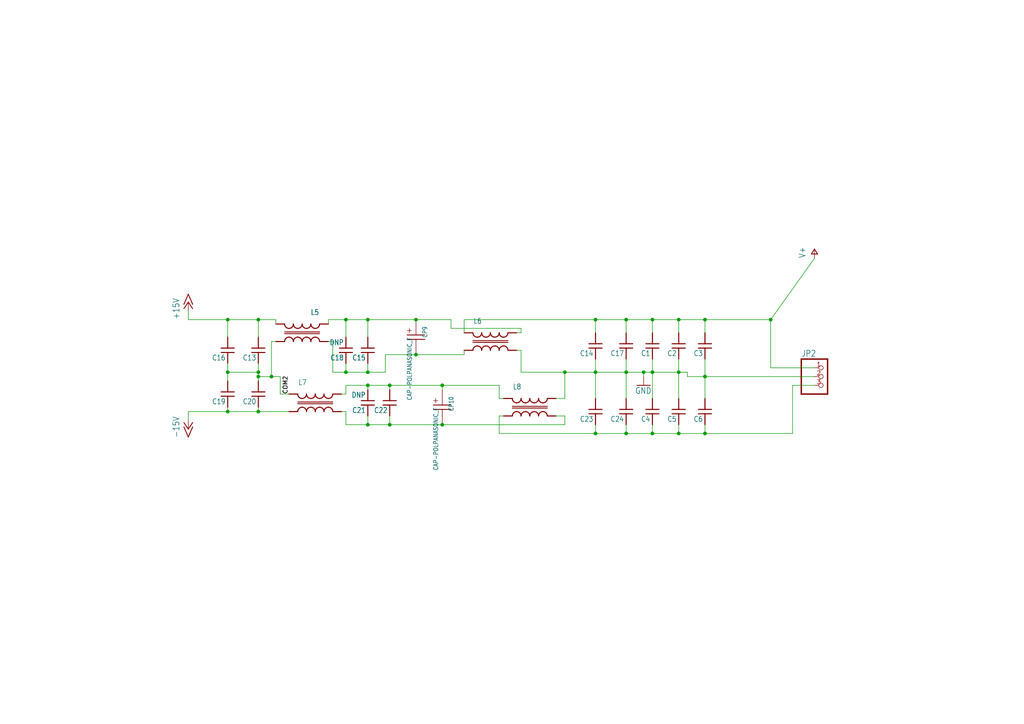
<source format=kicad_sch>
(kicad_sch (version 20211123) (generator eeschema)
  (paper "A4")
  (lib_symbols
    (symbol "Dual_filter_common_mode_and_differential_300mA-eagle-import:+15V" (power)
      (property "Value" "+15V" (at -2.54 -5.08 90))
      (symbol "+15V_1_0"
        (polyline (pts (xy 0 0) (xy -1.27 -1.905)) (stroke (width 0.254)))
        (polyline (pts (xy 0 2.286) (xy -1.27 -0.635)) (stroke (width 0.254)))
        (polyline (pts (xy 1.27 -1.905) (xy 0 0)) (stroke (width 0.254)))
        (polyline (pts (xy 1.27 -0.635) (xy 0 2.286)) (stroke (width 0.254)))
        (pin power_in line (at 0 -2.54 90) (length 2.54) (name "+15V") (number "1"))
      )
    )
    (symbol "Dual_filter_common_mode_and_differential_300mA-eagle-import:-15V" (power)
      (property "Value" "-15V" (at -2.54 -2.54 90))
      (symbol "-15V_1_0"
        (polyline (pts (xy -1.27 0.635) (xy 0 -2.286)) (stroke (width 0.254)))
        (polyline (pts (xy -1.27 1.905) (xy 0 0)) (stroke (width 0.254)))
        (polyline (pts (xy 0 -2.286) (xy 1.27 0.635)) (stroke (width 0.254)))
        (polyline (pts (xy 0 0) (xy 1.27 1.905)) (stroke (width 0.254)))
        (pin power_in line (at 0 2.54 270) (length 2.54) (name "-15V") (number "1"))
      )
    )
    (symbol "Dual_filter_common_mode_and_differential_300mA-eagle-import:CAP-POLPANASONIC_F"
      (property "Reference" "CP" (at -3.175 1.905 0))
      (property "Value" "CAP-POLPANASONIC_F" (at 0 -2.54 0))
      (symbol "CAP-POLPANASONIC_F_1_0"
        (polyline (pts (xy -5.08 0) (xy -0.635 0)) (stroke (width 0.1524)))
        (polyline (pts (xy -2.54 -1.905) (xy -1.27 -1.905)) (stroke (width 0.1524)))
        (polyline (pts (xy -1.905 -1.27) (xy -1.905 -2.54)) (stroke (width 0.1524)))
        (polyline (pts (xy -0.635 0) (xy -0.635 -2.54)) (stroke (width 0.254)))
        (polyline (pts (xy -0.635 2.54) (xy -0.635 0)) (stroke (width 0.254)))
        (polyline (pts (xy 0.635 0) (xy 0.635 -2.54)) (stroke (width 0.254)))
        (polyline (pts (xy 0.635 2.54) (xy 0.635 0)) (stroke (width 0.254)))
        (polyline (pts (xy 5.08 0) (xy 0.635 0)) (stroke (width 0.1524)))
        (pin passive line (at -5.08 0 0) (length 0) (name "P$1") (number "+"))
        (pin passive line (at 5.08 0 180) (length 0) (name "P$2") (number "-"))
      )
    )
    (symbol "Dual_filter_common_mode_and_differential_300mA-eagle-import:C_MLCC_SMDCMLCC_0805"
      (property "Reference" "C" (at 0.5715 0.0635 0))
      (property "Value" "C_MLCC_SMDCMLCC_0805" (at 0.5715 -4.3815 0))
      (symbol "C_MLCC_SMDCMLCC_0805_1_0"
        (polyline (pts (xy -1.905 -1.905) (xy 0 -1.905)) (stroke (width 0.3048)))
        (polyline (pts (xy 0 -1.905) (xy 0 -5.08)) (stroke (width 0.3048)))
        (polyline (pts (xy 0 -1.905) (xy 1.905 -1.905)) (stroke (width 0.3048)))
        (polyline (pts (xy 0 -0.635) (xy -1.905 -0.635)) (stroke (width 0.3048)))
        (polyline (pts (xy 0 -0.635) (xy 0 2.54)) (stroke (width 0.3048)))
        (polyline (pts (xy 1.905 -0.635) (xy 0 -0.635)) (stroke (width 0.3048)))
        (pin passive line (at 0 2.54 270) (length 0) (name "1") (number "P$1"))
        (pin passive line (at 0 -5.08 90) (length 0) (name "2") (number "P$2"))
      )
    )
    (symbol "Dual_filter_common_mode_and_differential_300mA-eagle-import:GND" (power)
      (property "Value" "GND" (at -2.54 -2.54 0))
      (symbol "GND_1_0"
        (polyline (pts (xy -1.905 0) (xy 1.905 0)) (stroke (width 0.254)))
        (pin power_in line (at 0 2.54 270) (length 2.54) (name "GND") (number "1"))
      )
    )
    (symbol "Dual_filter_common_mode_and_differential_300mA-eagle-import:MSD7342"
      (property "Reference" "L" (at -4.954 5.104 0))
      (property "Value" "MSD7342" (at -5.08 -5.08 0))
      (symbol "MSD7342_1_0"
        (arc (start -5.08 2.54) (mid -4.708 1.642) (end -3.81 1.27) (stroke (width 0.3048)))
        (arc (start -3.81 -1.27) (mid -4.708 -1.642) (end -5.08 -2.54) (stroke (width 0.3048)))
        (arc (start -3.81 1.27) (mid -2.912 1.642) (end -2.54 2.54) (stroke (width 0.3048)))
        (arc (start -2.54 -2.54) (mid -2.912 -1.642) (end -3.81 -1.27) (stroke (width 0.3048)))
        (arc (start -2.54 2.54) (mid -2.168 1.642) (end -1.27 1.27) (stroke (width 0.3048)))
        (arc (start -1.27 -1.27) (mid -2.168 -1.642) (end -2.54 -2.54) (stroke (width 0.3048)))
        (arc (start -1.27 1.27) (mid -0.372 1.642) (end 0 2.54) (stroke (width 0.3048)))
        (arc (start 0 -2.54) (mid -0.372 -1.642) (end -1.27 -1.27) (stroke (width 0.3048)))
        (polyline (pts (xy -5.08 -2.54) (xy -7.62 -2.54)) (stroke (width 0.3048)))
        (polyline (pts (xy -5.08 -0.254) (xy 5.08 -0.254)) (stroke (width 0.254)))
        (polyline (pts (xy -5.08 0.254) (xy 5.08 0.254)) (stroke (width 0.254)))
        (polyline (pts (xy -5.08 2.54) (xy -7.62 2.54)) (stroke (width 0.3048)))
        (polyline (pts (xy 5.08 -2.54) (xy 7.62 -2.54)) (stroke (width 0.3048)))
        (polyline (pts (xy 5.08 2.54) (xy 7.62 2.54)) (stroke (width 0.3048)))
        (arc (start 0 2.54) (mid 0.372 1.642) (end 1.27 1.27) (stroke (width 0.3048)))
        (arc (start 1.27 -1.27) (mid 0.372 -1.642) (end 0 -2.54) (stroke (width 0.3048)))
        (arc (start 1.27 1.27) (mid 2.168 1.642) (end 2.54 2.54) (stroke (width 0.3048)))
        (arc (start 2.54 -2.54) (mid 2.168 -1.642) (end 1.27 -1.27) (stroke (width 0.3048)))
        (arc (start 2.54 2.54) (mid 2.912 1.642) (end 3.81 1.27) (stroke (width 0.3048)))
        (arc (start 3.81 -1.27) (mid 2.912 -1.642) (end 2.54 -2.54) (stroke (width 0.3048)))
        (arc (start 3.81 1.27) (mid 4.708 1.642) (end 5.08 2.54) (stroke (width 0.3048)))
        (arc (start 5.08 -2.54) (mid 4.708 -1.642) (end 3.81 -1.27) (stroke (width 0.3048)))
        (pin passive line (at -7.62 -2.54 0) (length 2.54) (name "1") (number "1"))
        (pin passive line (at -7.62 2.54 0) (length 2.54) (name "2") (number "2"))
        (pin passive line (at 7.62 -2.54 180) (length 2.54) (name "3") (number "3"))
        (pin passive line (at 7.62 2.54 180) (length 2.54) (name "4") (number "4"))
      )
    )
    (symbol "Dual_filter_common_mode_and_differential_300mA-eagle-import:PINHD-1X3"
      (property "Reference" "JP" (at -6.35 5.715 0))
      (property "Value" "PINHD-1X3" (at -6.35 -7.62 0))
      (symbol "PINHD-1X3_1_0"
        (polyline (pts (xy -6.35 -5.08) (xy 1.27 -5.08)) (stroke (width 0.4064)))
        (polyline (pts (xy -6.35 5.08) (xy -6.35 -5.08)) (stroke (width 0.4064)))
        (polyline (pts (xy 1.27 -5.08) (xy 1.27 5.08)) (stroke (width 0.4064)))
        (polyline (pts (xy 1.27 5.08) (xy -6.35 5.08)) (stroke (width 0.4064)))
        (pin passive inverted (at -2.54 2.54 0) (length 2.54) (name "1") (number "1"))
        (pin passive inverted (at -2.54 0 0) (length 2.54) (name "2") (number "2"))
        (pin passive inverted (at -2.54 -2.54 0) (length 2.54) (name "3") (number "3"))
      )
    )
    (symbol "Dual_filter_common_mode_and_differential_300mA-eagle-import:V+" (power)
      (property "Value" "V+" (at -2.54 -2.54 90))
      (symbol "V+_1_0"
        (polyline (pts (xy -0.889 -1.27) (xy 0.889 -1.27)) (stroke (width 0.254)))
        (polyline (pts (xy 0 0.127) (xy -0.889 -1.27)) (stroke (width 0.254)))
        (polyline (pts (xy 0.889 -1.27) (xy 0 0.127)) (stroke (width 0.254)))
        (pin power_in line (at 0 -2.54 90) (length 2.54) (name "V+") (number "1"))
      )
    )
  )
  (junction (at 196.85 107.95))
  (junction (at 74.93 109.22))
  (junction (at 66.04 92.71))
  (junction (at 172.72 125.73))
  (junction (at 181.61 92.71))
  (junction (at 186.69 107.95))
  (junction (at 78.74 109.22))
  (junction (at 113.03 123.19))
  (junction (at 172.72 92.71))
  (junction (at 74.93 92.71))
  (junction (at 204.47 109.22))
  (junction (at 74.93 107.95))
  (junction (at 66.04 119.38))
  (junction (at 163.83 107.95))
  (junction (at 196.85 125.73))
  (junction (at 74.93 119.38))
  (junction (at 181.61 125.73))
  (junction (at 100.33 107.95))
  (junction (at 189.23 92.71))
  (junction (at 106.68 123.19))
  (junction (at 204.47 92.71))
  (junction (at 120.65 102.87))
  (junction (at 128.27 123.19))
  (junction (at 204.47 125.73))
  (junction (at 172.72 107.95))
  (junction (at 223.52 92.71))
  (junction (at 196.85 92.71))
  (junction (at 189.23 125.73))
  (junction (at 128.27 111.76))
  (junction (at 106.68 107.95))
  (junction (at 106.68 111.76))
  (junction (at 189.23 107.95))
  (junction (at 100.33 92.71))
  (junction (at 181.61 107.95))
  (junction (at 66.04 107.95))
  (junction (at 113.03 111.76))
  (junction (at 106.68 92.71))
  (junction (at 120.65 92.71))
  (wire (pts (xy 189.23 107.95) (xy 189.23 115.57)))
  (wire (pts (xy 149.86 96.52) (xy 151.13 96.52)))
  (wire (pts (xy 186.69 107.95) (xy 186.69 109.22)))
  (wire (pts (xy 181.61 115.57) (xy 181.61 107.95)))
  (wire (pts (xy 181.61 125.73) (xy 172.72 125.73)))
  (wire (pts (xy 144.78 115.57) (xy 144.78 111.76)))
  (wire (pts (xy 223.52 92.71) (xy 236.22 74.93)))
  (wire (pts (xy 111.76 107.95) (xy 111.76 102.87)))
  (wire (pts (xy 151.13 96.52) (xy 151.13 95.25)))
  (wire (pts (xy 189.23 123.19) (xy 189.23 125.73)))
  (wire (pts (xy 100.33 97.79) (xy 100.33 92.71)))
  (wire (pts (xy 81.28 109.22) (xy 78.74 109.22)))
  (wire (pts (xy 172.72 107.95) (xy 163.83 107.95)))
  (wire (pts (xy 196.85 96.52) (xy 196.85 92.71)))
  (wire (pts (xy 163.83 123.19) (xy 163.83 120.65)))
  (wire (pts (xy 149.86 101.6) (xy 151.13 101.6)))
  (wire (pts (xy 172.72 123.19) (xy 172.72 125.73)))
  (wire (pts (xy 78.74 99.06) (xy 78.74 109.22)))
  (wire (pts (xy 111.76 102.87) (xy 120.65 102.87)))
  (wire (pts (xy 74.93 97.79) (xy 74.93 92.71)))
  (wire (pts (xy 99.06 119.38) (xy 100.33 119.38)))
  (wire (pts (xy 229.87 111.76) (xy 236.22 111.76)))
  (wire (pts (xy 196.85 104.14) (xy 196.85 107.95)))
  (wire (pts (xy 74.93 119.38) (xy 66.04 119.38)))
  (wire (pts (xy 204.47 96.52) (xy 204.47 92.71)))
  (wire (pts (xy 144.78 115.57) (xy 146.05 115.57)))
  (wire (pts (xy 113.03 111.76) (xy 113.03 113.03)))
  (wire (pts (xy 100.33 119.38) (xy 100.33 123.19)))
  (wire (pts (xy 204.47 92.71) (xy 223.52 92.71)))
  (wire (pts (xy 96.52 99.06) (xy 96.52 107.95)))
  (wire (pts (xy 236.22 106.68) (xy 223.52 106.68)))
  (wire (pts (xy 95.25 92.71) (xy 100.33 92.71)))
  (wire (pts (xy 95.25 92.71) (xy 95.25 93.98)))
  (wire (pts (xy 100.33 114.3) (xy 100.33 111.76)))
  (wire (pts (xy 74.93 105.41) (xy 74.93 107.95)))
  (wire (pts (xy 161.29 120.65) (xy 163.83 120.65)))
  (wire (pts (xy 113.03 123.19) (xy 113.03 120.65)))
  (wire (pts (xy 80.01 92.71) (xy 80.01 93.98)))
  (wire (pts (xy 120.65 102.87) (xy 134.62 102.87)))
  (wire (pts (xy 100.33 123.19) (xy 106.68 123.19)))
  (wire (pts (xy 80.01 99.06) (xy 78.74 99.06)))
  (wire (pts (xy 189.23 125.73) (xy 196.85 125.73)))
  (wire (pts (xy 106.68 111.76) (xy 113.03 111.76)))
  (wire (pts (xy 120.65 92.71) (xy 130.81 92.71)))
  (wire (pts (xy 66.04 97.79) (xy 66.04 92.71)))
  (wire (pts (xy 111.76 107.95) (xy 106.68 107.95)))
  (wire (pts (xy 199.39 107.95) (xy 199.39 109.22)))
  (wire (pts (xy 128.27 111.76) (xy 113.03 111.76)))
  (wire (pts (xy 100.33 105.41) (xy 100.33 107.95)))
  (wire (pts (xy 74.93 92.71) (xy 66.04 92.71)))
  (wire (pts (xy 81.28 114.3) (xy 81.28 109.22)))
  (wire (pts (xy 172.72 107.95) (xy 181.61 107.95)))
  (wire (pts (xy 196.85 107.95) (xy 196.85 115.57)))
  (wire (pts (xy 54.61 90.17) (xy 54.61 92.71)))
  (wire (pts (xy 66.04 92.71) (xy 54.61 92.71)))
  (wire (pts (xy 181.61 96.52) (xy 181.61 92.71)))
  (wire (pts (xy 144.78 120.65) (xy 146.05 120.65)))
  (wire (pts (xy 186.69 107.95) (xy 189.23 107.95)))
  (wire (pts (xy 106.68 105.41) (xy 106.68 107.95)))
  (wire (pts (xy 161.29 115.57) (xy 163.83 115.57)))
  (wire (pts (xy 74.93 119.38) (xy 83.82 119.38)))
  (wire (pts (xy 66.04 118.11) (xy 66.04 119.38)))
  (wire (pts (xy 236.22 109.22) (xy 204.47 109.22)))
  (wire (pts (xy 54.61 119.38) (xy 54.61 121.92)))
  (wire (pts (xy 151.13 107.95) (xy 163.83 107.95)))
  (wire (pts (xy 172.72 125.73) (xy 144.78 125.73)))
  (wire (pts (xy 134.62 102.87) (xy 134.62 101.6)))
  (wire (pts (xy 144.78 125.73) (xy 144.78 120.65)))
  (wire (pts (xy 196.85 107.95) (xy 199.39 107.95)))
  (wire (pts (xy 74.93 109.22) (xy 74.93 107.95)))
  (wire (pts (xy 181.61 123.19) (xy 181.61 125.73)))
  (wire (pts (xy 66.04 107.95) (xy 74.93 107.95)))
  (wire (pts (xy 66.04 110.49) (xy 66.04 107.95)))
  (wire (pts (xy 189.23 104.14) (xy 189.23 107.95)))
  (wire (pts (xy 144.78 111.76) (xy 128.27 111.76)))
  (wire (pts (xy 196.85 123.19) (xy 196.85 125.73)))
  (wire (pts (xy 83.82 114.3) (xy 81.28 114.3)))
  (wire (pts (xy 196.85 125.73) (xy 204.47 125.73)))
  (wire (pts (xy 172.72 92.71) (xy 181.61 92.71)))
  (wire (pts (xy 66.04 119.38) (xy 54.61 119.38)))
  (wire (pts (xy 128.27 113.03) (xy 128.27 111.76)))
  (wire (pts (xy 80.01 92.71) (xy 74.93 92.71)))
  (wire (pts (xy 128.27 123.19) (xy 163.83 123.19)))
  (wire (pts (xy 151.13 95.25) (xy 130.81 95.25)))
  (wire (pts (xy 106.68 123.19) (xy 113.03 123.19)))
  (wire (pts (xy 223.52 106.68) (xy 223.52 92.71)))
  (wire (pts (xy 96.52 107.95) (xy 100.33 107.95)))
  (wire (pts (xy 189.23 107.95) (xy 196.85 107.95)))
  (wire (pts (xy 78.74 109.22) (xy 74.93 109.22)))
  (wire (pts (xy 172.72 96.52) (xy 172.72 92.71)))
  (wire (pts (xy 106.68 111.76) (xy 106.68 113.03)))
  (wire (pts (xy 172.72 104.14) (xy 172.72 107.95)))
  (wire (pts (xy 181.61 104.14) (xy 181.61 107.95)))
  (wire (pts (xy 172.72 115.57) (xy 172.72 107.95)))
  (wire (pts (xy 74.93 118.11) (xy 74.93 119.38)))
  (wire (pts (xy 99.06 114.3) (xy 100.33 114.3)))
  (wire (pts (xy 95.25 99.06) (xy 96.52 99.06)))
  (wire (pts (xy 100.33 92.71) (xy 106.68 92.71)))
  (wire (pts (xy 204.47 125.73) (xy 229.87 125.73)))
  (wire (pts (xy 189.23 92.71) (xy 196.85 92.71)))
  (wire (pts (xy 204.47 109.22) (xy 199.39 109.22)))
  (wire (pts (xy 189.23 96.52) (xy 189.23 92.71)))
  (wire (pts (xy 181.61 125.73) (xy 189.23 125.73)))
  (wire (pts (xy 151.13 101.6) (xy 151.13 107.95)))
  (wire (pts (xy 66.04 105.41) (xy 66.04 107.95)))
  (wire (pts (xy 74.93 110.49) (xy 74.93 109.22)))
  (wire (pts (xy 128.27 123.19) (xy 113.03 123.19)))
  (wire (pts (xy 106.68 92.71) (xy 106.68 97.79)))
  (wire (pts (xy 100.33 107.95) (xy 106.68 107.95)))
  (wire (pts (xy 204.47 123.19) (xy 204.47 125.73)))
  (wire (pts (xy 196.85 92.71) (xy 204.47 92.71)))
  (wire (pts (xy 229.87 125.73) (xy 229.87 111.76)))
  (wire (pts (xy 134.62 92.71) (xy 172.72 92.71)))
  (wire (pts (xy 100.33 111.76) (xy 106.68 111.76)))
  (wire (pts (xy 163.83 115.57) (xy 163.83 107.95)))
  (wire (pts (xy 106.68 92.71) (xy 120.65 92.71)))
  (wire (pts (xy 181.61 107.95) (xy 186.69 107.95)))
  (wire (pts (xy 181.61 92.71) (xy 189.23 92.71)))
  (wire (pts (xy 134.62 96.52) (xy 134.62 92.71)))
  (wire (pts (xy 130.81 95.25) (xy 130.81 92.71)))
  (wire (pts (xy 204.47 109.22) (xy 204.47 104.14)))
  (wire (pts (xy 106.68 123.19) (xy 106.68 120.65)))
  (wire (pts (xy 204.47 115.57) (xy 204.47 109.22)))
  (label "COM2" (at 83.82 114.3 90) (effects (font (size 1.2446 1.2446))))
  (label "COM2" (at 83.82 114.3 90) (effects (font (size 1.2446 1.2446))))
  (symbol (lib_id "Dual_filter_common_mode_and_differential_300mA-eagle-import:C_MLCC_SMDCMLCC_0805") (at 196.85 120.65 180) (unit 1)
    (property "Reference" "C5" (at 196.2785 120.7135 0) (effects (font (size 1.524 1.2954)) (justify left bottom)))
    (property "Value" "22uF" (at 196.2785 116.2685 0) (effects (font (size 1.524 1.2954)) (justify left bottom)))
    (property "Footprint" "Dual_filter_common_mode_and_differential_300mA:C_MLCC_0805" (effects hide))
    (property "Value" "22uF" (effects hide))
  )
  (symbol (lib_id "Dual_filter_common_mode_and_differential_300mA-eagle-import:C_MLCC_SMDCMLCC_0805") (at 172.72 120.65 180) (unit 1)
    (property "Reference" "C23" (at 172.1485 120.7135 0) (effects (font (size 1.524 1.2954)) (justify left bottom)))
    (property "Value" "1uF" (at 172.1485 116.2685 0) (effects (font (size 1.524 1.2954)) (justify left bottom)))
    (property "Footprint" "Dual_filter_common_mode_and_differential_300mA:C_MLCC_0805" (effects hide))
    (property "Value" "1uF" (effects hide))
  )
  (symbol (lib_id "Dual_filter_common_mode_and_differential_300mA-eagle-import:C_MLCC_SMDCMLCC_0805") (at 74.93 115.57 180) (unit 1)
    (property "Reference" "C20" (at 74.3585 115.6335 0) (effects (font (size 1.524 1.2954)) (justify left bottom)))
    (property "Value" "1uF" (at 74.3585 111.1885 0) (effects (font (size 1.524 1.2954)) (justify left bottom)))
    (property "Footprint" "Dual_filter_common_mode_and_differential_300mA:C_MLCC_0805" (effects hide))
    (property "Value" "1uF" (effects hide))
  )
  (symbol (lib_id "Dual_filter_common_mode_and_differential_300mA-eagle-import:MSD7342") (at 142.24 99.06 0) (unit 1)
    (property "Reference" "L6" (at 137.286 93.956 0) (effects (font (size 1.524 1.2954)) (justify left bottom)))
    (property "Value" "MSD7342" (at 137.16 104.14 0) (effects (font (size 1.524 1.2954)) (justify left bottom)))
    (property "Footprint" "Dual_filter_common_mode_and_differential_300mA:MSD7342" (effects hide))
    (property "Value" "MSD7342" (effects hide))
  )
  (symbol (lib_id "Dual_filter_common_mode_and_differential_300mA-eagle-import:C_MLCC_SMDCMLCC_0805") (at 66.04 115.57 180) (unit 1)
    (property "Reference" "C19" (at 65.4685 115.6335 0) (effects (font (size 1.524 1.2954)) (justify left bottom)))
    (property "Value" "22uF" (at 65.4685 111.1885 0) (effects (font (size 1.524 1.2954)) (justify left bottom)))
    (property "Footprint" "Dual_filter_common_mode_and_differential_300mA:C_MLCC_0805" (effects hide))
    (property "Value" "22uF" (effects hide))
  )
  (symbol (lib_id "Dual_filter_common_mode_and_differential_300mA-eagle-import:C_MLCC_SMDCMLCC_0805") (at 189.23 120.65 180) (unit 1)
    (property "Reference" "C4" (at 188.6585 120.7135 0) (effects (font (size 1.524 1.2954)) (justify left bottom)))
    (property "Value" "22uF" (at 188.6585 116.2685 0) (effects (font (size 1.524 1.2954)) (justify left bottom)))
    (property "Footprint" "Dual_filter_common_mode_and_differential_300mA:C_MLCC_0805" (effects hide))
    (property "Value" "22uF" (effects hide))
  )
  (symbol (lib_id "Dual_filter_common_mode_and_differential_300mA-eagle-import:C_MLCC_SMDCMLCC_0805") (at 204.47 120.65 180) (unit 1)
    (property "Reference" "C6" (at 203.8985 120.7135 0) (effects (font (size 1.524 1.2954)) (justify left bottom)))
    (property "Value" "22uF" (at 203.8985 116.2685 0) (effects (font (size 1.524 1.2954)) (justify left bottom)))
    (property "Footprint" "Dual_filter_common_mode_and_differential_300mA:C_MLCC_0805" (effects hide))
    (property "Value" "22uF" (effects hide))
  )
  (symbol (lib_id "Dual_filter_common_mode_and_differential_300mA-eagle-import:+15V") (at 54.61 87.63 0) (unit 1)
    (property "Reference" "#P+3" (effects hide))
    (property "Value" "+15V" (at 52.07 92.71 90) (effects (font (size 1.778 1.5113)) (justify left bottom)))
    (property "Footprint" "Dual_filter_common_mode_and_differential_300mA:" (effects hide))
  )
  (symbol (lib_id "Dual_filter_common_mode_and_differential_300mA-eagle-import:C_MLCC_SMDCMLCC_0805") (at 113.03 118.11 180) (unit 1)
    (property "Reference" "C22" (at 112.4585 118.1735 0) (effects (font (size 1.524 1.2954)) (justify left bottom)))
    (property "Value" "1uF" (at 112.4585 113.7285 0) (effects (font (size 1.524 1.2954)) (justify left bottom)))
    (property "Footprint" "Dual_filter_common_mode_and_differential_300mA:C_MLCC_0805" (effects hide))
    (property "Value" "1uF" (effects hide))
  )
  (symbol (lib_id "Dual_filter_common_mode_and_differential_300mA-eagle-import:C_MLCC_SMDCMLCC_0805") (at 172.72 101.6 180) (unit 1)
    (property "Reference" "C14" (at 172.1485 101.6635 0) (effects (font (size 1.524 1.2954)) (justify left bottom)))
    (property "Value" "1uF" (at 172.1485 97.2185 0) (effects (font (size 1.524 1.2954)) (justify left bottom)))
    (property "Footprint" "Dual_filter_common_mode_and_differential_300mA:C_MLCC_0805" (effects hide))
    (property "Value" "1uF" (effects hide))
  )
  (symbol (lib_id "Dual_filter_common_mode_and_differential_300mA-eagle-import:CAP-POLPANASONIC_F") (at 128.27 118.11 270) (unit 1)
    (property "Reference" "CP10" (at 130.175 114.935 0) (effects (font (size 1.27 1.0795)) (justify left bottom)))
    (property "Value" "CAP-POLPANASONIC_F" (at 125.73 118.11 0) (effects (font (size 1.27 1.0795)) (justify left bottom)))
    (property "Footprint" "Dual_filter_common_mode_and_differential_300mA:PANASONIC_F" (effects hide))
  )
  (symbol (lib_id "Dual_filter_common_mode_and_differential_300mA-eagle-import:C_MLCC_SMDCMLCC_0805") (at 74.93 102.87 180) (unit 1)
    (property "Reference" "C13" (at 74.3585 102.9335 0) (effects (font (size 1.524 1.2954)) (justify left bottom)))
    (property "Value" "1uF" (at 74.3585 98.4885 0) (effects (font (size 1.524 1.2954)) (justify left bottom)))
    (property "Footprint" "Dual_filter_common_mode_and_differential_300mA:C_MLCC_0805" (effects hide))
    (property "Value" "1uF" (effects hide))
  )
  (symbol (lib_id "Dual_filter_common_mode_and_differential_300mA-eagle-import:CAP-POLPANASONIC_F") (at 120.65 97.79 270) (unit 1)
    (property "Reference" "CP9" (at 122.555 94.615 0) (effects (font (size 1.27 1.0795)) (justify left bottom)))
    (property "Value" "CAP-POLPANASONIC_F" (at 118.11 97.79 0) (effects (font (size 1.27 1.0795)) (justify left bottom)))
    (property "Footprint" "Dual_filter_common_mode_and_differential_300mA:PANASONIC_F" (effects hide))
  )
  (symbol (lib_id "Dual_filter_common_mode_and_differential_300mA-eagle-import:C_MLCC_SMDCMLCC_0805") (at 196.85 101.6 180) (unit 1)
    (property "Reference" "C2" (at 196.2785 101.6635 0) (effects (font (size 1.524 1.2954)) (justify left bottom)))
    (property "Value" "22uF" (at 196.2785 97.2185 0) (effects (font (size 1.524 1.2954)) (justify left bottom)))
    (property "Footprint" "Dual_filter_common_mode_and_differential_300mA:C_MLCC_0805" (effects hide))
    (property "Value" "22uF" (effects hide))
  )
  (symbol (lib_id "Dual_filter_common_mode_and_differential_300mA-eagle-import:C_MLCC_SMDCMLCC_0805") (at 106.68 118.11 180) (unit 1)
    (property "Reference" "C21" (at 106.1085 118.1735 0) (effects (font (size 1.524 1.2954)) (justify left bottom)))
    (property "Value" "DNP" (at 106.1085 113.7285 0) (effects (font (size 1.524 1.2954)) (justify left bottom)))
    (property "Footprint" "Dual_filter_common_mode_and_differential_300mA:C_MLCC_0805" (effects hide))
  )
  (symbol (lib_id "Dual_filter_common_mode_and_differential_300mA-eagle-import:-15V") (at 54.61 124.46 0) (unit 1)
    (property "Reference" "#P-2" (effects hide))
    (property "Value" "-15V" (at 52.07 127 90) (effects (font (size 1.778 1.5113)) (justify left bottom)))
    (property "Footprint" "Dual_filter_common_mode_and_differential_300mA:" (effects hide))
  )
  (symbol (lib_id "Dual_filter_common_mode_and_differential_300mA-eagle-import:C_MLCC_SMDCMLCC_0805") (at 204.47 101.6 180) (unit 1)
    (property "Reference" "C3" (at 203.8985 101.6635 0) (effects (font (size 1.524 1.2954)) (justify left bottom)))
    (property "Value" "22uF" (at 203.8985 97.2185 0) (effects (font (size 1.524 1.2954)) (justify left bottom)))
    (property "Footprint" "Dual_filter_common_mode_and_differential_300mA:C_MLCC_0805" (effects hide))
    (property "Value" "22uF" (effects hide))
  )
  (symbol (lib_id "Dual_filter_common_mode_and_differential_300mA-eagle-import:MSD7342") (at 87.63 96.52 0) (mirror y) (unit 1)
    (property "Reference" "L5" (at 92.584 91.416 0) (effects (font (size 1.524 1.2954)) (justify left bottom)))
    (property "Value" "MSD7342" (at 92.71 101.6 0) (effects (font (size 1.524 1.2954)) (justify left bottom)))
    (property "Footprint" "Dual_filter_common_mode_and_differential_300mA:MSD7342" (effects hide))
    (property "Value" "MSD7342" (effects hide))
  )
  (symbol (lib_id "Dual_filter_common_mode_and_differential_300mA-eagle-import:PINHD-1X3") (at 238.76 109.22 0) (unit 1)
    (property "Reference" "JP2" (at 232.41 103.505 0) (effects (font (size 1.778 1.5113)) (justify left bottom)))
    (property "Value" "PINHD-1X3" (at 232.41 116.84 0) (effects (font (size 1.778 1.5113)) (justify left bottom)))
    (property "Footprint" "Dual_filter_common_mode_and_differential_300mA:1X03" (effects hide))
    (property "Value" "PINHD-1X3" (effects hide))
  )
  (symbol (lib_id "Dual_filter_common_mode_and_differential_300mA-eagle-import:V+") (at 236.22 72.39 0) (unit 1)
    (property "Reference" "#P+4" (effects hide))
    (property "Value" "V+" (at 233.68 74.93 90) (effects (font (size 1.778 1.5113)) (justify left bottom)))
    (property "Footprint" "Dual_filter_common_mode_and_differential_300mA:" (effects hide))
  )
  (symbol (lib_id "Dual_filter_common_mode_and_differential_300mA-eagle-import:C_MLCC_SMDCMLCC_0805") (at 66.04 102.87 180) (unit 1)
    (property "Reference" "C16" (at 65.4685 102.9335 0) (effects (font (size 1.524 1.2954)) (justify left bottom)))
    (property "Value" "22uF" (at 65.4685 98.4885 0) (effects (font (size 1.524 1.2954)) (justify left bottom)))
    (property "Footprint" "Dual_filter_common_mode_and_differential_300mA:C_MLCC_0805" (effects hide))
    (property "Value" "22uF" (effects hide))
  )
  (symbol (lib_id "Dual_filter_common_mode_and_differential_300mA-eagle-import:C_MLCC_SMDCMLCC_0805") (at 181.61 101.6 180) (unit 1)
    (property "Reference" "C17" (at 181.0385 101.6635 0) (effects (font (size 1.524 1.2954)) (justify left bottom)))
    (property "Value" "22uF" (at 181.0385 97.2185 0) (effects (font (size 1.524 1.2954)) (justify left bottom)))
    (property "Footprint" "Dual_filter_common_mode_and_differential_300mA:C_MLCC_0805" (effects hide))
    (property "Value" "22uF" (effects hide))
  )
  (symbol (lib_id "Dual_filter_common_mode_and_differential_300mA-eagle-import:C_MLCC_SMDCMLCC_0805") (at 106.68 102.87 180) (unit 1)
    (property "Reference" "C15" (at 106.1085 102.9335 0) (effects (font (size 1.524 1.2954)) (justify left bottom)))
    (property "Value" "1uF" (at 106.1085 98.4885 0) (effects (font (size 1.524 1.2954)) (justify left bottom)))
    (property "Footprint" "Dual_filter_common_mode_and_differential_300mA:C_MLCC_0805" (effects hide))
    (property "Value" "1uF" (effects hide))
  )
  (symbol (lib_id "Dual_filter_common_mode_and_differential_300mA-eagle-import:MSD7342") (at 91.44 116.84 0) (unit 1)
    (property "Reference" "L7" (at 86.486 111.736 0) (effects (font (size 1.524 1.2954)) (justify left bottom)))
    (property "Value" "MSD7342" (at 86.36 121.92 0) (effects (font (size 1.524 1.2954)) (justify left bottom)))
    (property "Footprint" "Dual_filter_common_mode_and_differential_300mA:MSD7342" (effects hide))
    (property "Value" "MSD7342" (effects hide))
  )
  (symbol (lib_id "Dual_filter_common_mode_and_differential_300mA-eagle-import:C_MLCC_SMDCMLCC_0805") (at 181.61 120.65 180) (unit 1)
    (property "Reference" "C24" (at 181.0385 120.7135 0) (effects (font (size 1.524 1.2954)) (justify left bottom)))
    (property "Value" "22uF" (at 181.0385 116.2685 0) (effects (font (size 1.524 1.2954)) (justify left bottom)))
    (property "Footprint" "Dual_filter_common_mode_and_differential_300mA:C_MLCC_0805" (effects hide))
    (property "Value" "22uF" (effects hide))
  )
  (symbol (lib_id "Dual_filter_common_mode_and_differential_300mA-eagle-import:C_MLCC_SMDCMLCC_0805") (at 189.23 101.6 180) (unit 1)
    (property "Reference" "C1" (at 188.6585 101.6635 0) (effects (font (size 1.524 1.2954)) (justify left bottom)))
    (property "Value" "22uF" (at 188.6585 97.2185 0) (effects (font (size 1.524 1.2954)) (justify left bottom)))
    (property "Footprint" "Dual_filter_common_mode_and_differential_300mA:C_MLCC_0805" (effects hide))
    (property "Value" "22uF" (effects hide))
  )
  (symbol (lib_id "Dual_filter_common_mode_and_differential_300mA-eagle-import:C_MLCC_SMDCMLCC_0805") (at 100.33 102.87 180) (unit 1)
    (property "Reference" "C18" (at 99.7585 102.9335 0) (effects (font (size 1.524 1.2954)) (justify left bottom)))
    (property "Value" "DNP" (at 99.7585 98.4885 0) (effects (font (size 1.524 1.2954)) (justify left bottom)))
    (property "Footprint" "Dual_filter_common_mode_and_differential_300mA:C_MLCC_0805" (effects hide))
  )
  (symbol (lib_id "Dual_filter_common_mode_and_differential_300mA-eagle-import:GND") (at 186.69 111.76 0) (unit 1)
    (property "Reference" "#GND2" (effects hide))
    (property "Value" "GND" (at 184.15 114.3 0) (effects (font (size 1.778 1.5113)) (justify left bottom)))
    (property "Footprint" "Dual_filter_common_mode_and_differential_300mA:" (effects hide))
  )
  (symbol (lib_id "Dual_filter_common_mode_and_differential_300mA-eagle-import:MSD7342") (at 153.67 118.11 0) (unit 1)
    (property "Reference" "L8" (at 148.716 113.006 0) (effects (font (size 1.524 1.2954)) (justify left bottom)))
    (property "Value" "MSD7342" (at 148.59 123.19 0) (effects (font (size 1.524 1.2954)) (justify left bottom)))
    (property "Footprint" "Dual_filter_common_mode_and_differential_300mA:MSD7342" (effects hide))
    (property "Value" "MSD7342" (effects hide))
  )
)
</source>
